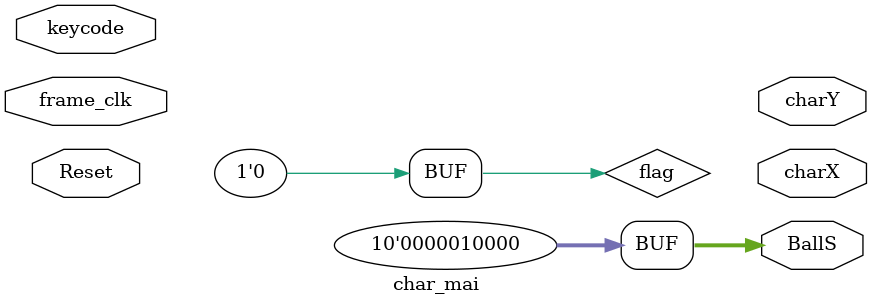
<source format=sv>
`timescale 1ns / 1ps


module char_mai(
       input logic Reset, frame_clk,
       input logic [7:0] keycode,
       output logic [9:0]  charX, charY, BallS
    );
    
    logic [9:0] Ball_X_Motion, Ball_Y_Motion;
    logic flag;
	 
    parameter [9:0] char_X_Center=320;  // Center position on the X axis
    parameter [9:0] Ball_Y_Center=240;  // Center position on the Y axis
    parameter [9:0] Ball_X_Min=0;       // Leftmost point on the X axis
    parameter [9:0] Ball_X_Max=639;     // Rightmost point on the X axis
    parameter [9:0] Ball_Y_Min=0;       // Topmost point on the Y axis
    parameter [9:0] Ball_Y_Max=479;     // Bottommost point on the Y axis
    parameter [9:0] Ball_X_Step=1;      // Step size on the X axis
    parameter [9:0] Ball_Y_Step=1;      // Step size on the Y axis

    assign BallS = 16;  // default ball size
    assign flag = 0;
    always_ff @ (posedge frame_clk or posedge Reset) //make sure the frame clock is instantiated correctly
    begin: Move_Ball
        if (Reset)  // asynchronous Reset
        begin 
            Ball_Y_Motion <= 10'd0; //Ball_Y_Step;
			Ball_X_Motion <= 10'd1; //Ball_X_Step;
			BallY <= Ball_Y_Center;
			BallX <= Ball_X_Center;
        end
           
        else 
        begin 
				 if ( (BallY + BallS) >= Ball_Y_Max )  // Ball is at the bottom edge, BOUNCE!
					  Ball_Y_Motion <= (~ (Ball_Y_Step) + 1'b1);  // 2's complement.
					  
				 else if ( (BallY - BallS) <= Ball_Y_Min )  // Ball is at the top edge, BOUNCE!
					  Ball_Y_Motion <= Ball_Y_Step;
					  
				  else if ( (BallX + BallS) >= Ball_X_Max )  // Ball is at the Right edge, BOUNCE!
					  Ball_X_Motion <= (~ (Ball_X_Step) + 1'b1);  // 2's complement.
					  
				 else if ( (BallX - BallS) <= Ball_X_Min )  // Ball is at the Left edge, BOUNCE!
					  Ball_X_Motion <= Ball_X_Step;
					  
				 else begin
					  Ball_Y_Motion <= Ball_Y_Motion;  // Ball is somewhere in the middle, don't bounce, just keep moving
					  Ball_X_Motion <= Ball_X_Motion;
					  flag = 1;
				 end
					  
				 //modify to control ball motion with the keycode
				 if (flag==1 && keycode == 8'h1A)  begin
                     Ball_Y_Motion <= -10'd1;
                     Ball_X_Motion <= 10'd0;
                 end
                     
                 else if (flag==1 && keycode == 8'h16) begin
                     Ball_Y_Motion <= +10'd1;
                     Ball_X_Motion <= 10'd0;
                 end
                 
                 else if (flag==1 && keycode == 8'h04) begin
                     Ball_X_Motion <= -10'd1;
                     Ball_Y_Motion <= 10'd0;
                 end
                 
                 else if (flag==1 && keycode == 8'h07) begin
                     Ball_X_Motion <= +10'd1;
                     Ball_Y_Motion <= 10'd0;
                 end
				 
				 BallY <= (BallY + Ball_Y_Motion);  // Update ball position
				 BallX <= (BallX + Ball_X_Motion);
			
		end  
    end
      
endmodule

</source>
